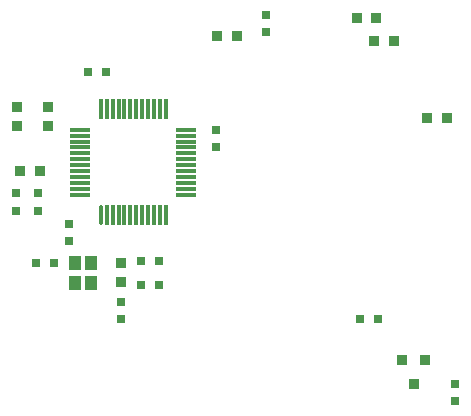
<source format=gtp>
G04*
G04 #@! TF.GenerationSoftware,Altium Limited,Altium Designer,23.8.1 (32)*
G04*
G04 Layer_Color=8421504*
%FSLAX44Y44*%
%MOMM*%
G71*
G04*
G04 #@! TF.SameCoordinates,30061C5B-BE2C-44CF-A243-5EA776C9CE0C*
G04*
G04*
G04 #@! TF.FilePolarity,Positive*
G04*
G01*
G75*
G04:AMPARAMS|DCode=14|XSize=0.3mm|YSize=1.7mm|CornerRadius=0.075mm|HoleSize=0mm|Usage=FLASHONLY|Rotation=0.000|XOffset=0mm|YOffset=0mm|HoleType=Round|Shape=RoundedRectangle|*
%AMROUNDEDRECTD14*
21,1,0.3000,1.5500,0,0,0.0*
21,1,0.1500,1.7000,0,0,0.0*
1,1,0.1500,0.0750,-0.7750*
1,1,0.1500,-0.0750,-0.7750*
1,1,0.1500,-0.0750,0.7750*
1,1,0.1500,0.0750,0.7750*
%
%ADD14ROUNDEDRECTD14*%
%ADD15R,0.3000X1.7000*%
%ADD16R,1.7000X0.3000*%
%ADD17R,0.8500X0.9500*%
%ADD18R,0.8000X0.8000*%
%ADD19R,1.0000X1.2000*%
%ADD20R,0.9500X0.8500*%
%ADD21R,0.8000X0.8000*%
%ADD22R,0.8500X0.8500*%
D14*
X-64750Y52505D02*
D03*
D15*
X-24750D02*
D03*
X-44750D02*
D03*
X-9750Y52505D02*
D03*
X-14750Y52505D02*
D03*
X-19750D02*
D03*
X-29750D02*
D03*
X-34750Y52505D02*
D03*
X-39750Y52505D02*
D03*
X-49750D02*
D03*
X-54750D02*
D03*
X-59750D02*
D03*
X-64750Y142505D02*
D03*
X-59750D02*
D03*
X-54750Y142505D02*
D03*
X-49750D02*
D03*
X-44750Y142505D02*
D03*
X-39750D02*
D03*
X-34750D02*
D03*
X-29750Y142505D02*
D03*
X-24750D02*
D03*
X-19750D02*
D03*
X-14750D02*
D03*
X-9750Y142505D02*
D03*
D16*
X-82250Y125005D02*
D03*
X-82250Y85005D02*
D03*
X-82250Y105005D02*
D03*
X-82250Y70005D02*
D03*
Y75005D02*
D03*
Y80005D02*
D03*
X-82250Y90005D02*
D03*
X-82250Y95005D02*
D03*
Y100005D02*
D03*
X-82250Y110005D02*
D03*
Y115005D02*
D03*
X-82250Y120005D02*
D03*
X7750Y125005D02*
D03*
Y120005D02*
D03*
X7750Y115005D02*
D03*
Y110005D02*
D03*
X7750Y105005D02*
D03*
Y100005D02*
D03*
Y95005D02*
D03*
X7750Y90005D02*
D03*
Y85005D02*
D03*
X7750Y80005D02*
D03*
Y75005D02*
D03*
X7750Y70005D02*
D03*
D17*
X33750Y204000D02*
D03*
X50250D02*
D03*
X228250Y135000D02*
D03*
X211750D02*
D03*
X151750Y220000D02*
D03*
X168250D02*
D03*
X166750Y200000D02*
D03*
X183250D02*
D03*
X-116350Y89925D02*
D03*
X-132850D02*
D03*
D18*
X-104500Y12000D02*
D03*
X-119500D02*
D03*
X-60500Y174000D02*
D03*
X-75500Y174000D02*
D03*
X-30750Y13505D02*
D03*
X-15750D02*
D03*
X-30750Y-6495D02*
D03*
X-15750Y-6495D02*
D03*
X155000Y-35000D02*
D03*
X170000Y-35000D02*
D03*
D19*
X-73500Y-4500D02*
D03*
Y12500D02*
D03*
X-86500Y-4500D02*
D03*
X-86500Y12500D02*
D03*
D20*
X-48000Y12250D02*
D03*
Y-4250D02*
D03*
X-109900Y127825D02*
D03*
Y144325D02*
D03*
X-135900Y127825D02*
D03*
Y144325D02*
D03*
D21*
X-48000Y-20500D02*
D03*
Y-35500D02*
D03*
X75000Y222500D02*
D03*
X75000Y207500D02*
D03*
X-136350Y71425D02*
D03*
Y56425D02*
D03*
X-118350Y71425D02*
D03*
Y56425D02*
D03*
X32750Y110005D02*
D03*
Y125005D02*
D03*
X-92000Y45500D02*
D03*
Y30500D02*
D03*
X235000Y-105000D02*
D03*
Y-90000D02*
D03*
D22*
X200000Y-90000D02*
D03*
X190500Y-70000D02*
D03*
X209500D02*
D03*
M02*

</source>
